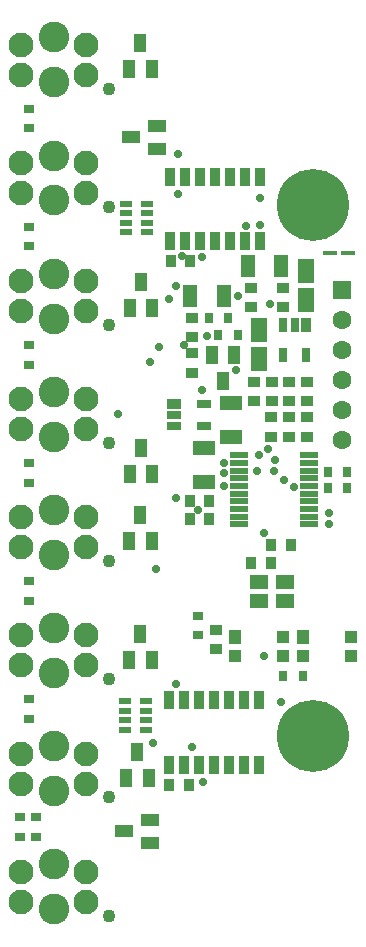
<source format=gbs>
G04*
G04 #@! TF.GenerationSoftware,Altium Limited,Altium Designer,20.0.12 (288)*
G04*
G04 Layer_Color=16711935*
%FSLAX44Y44*%
%MOMM*%
G71*
G01*
G75*
%ADD11R,1.6000X1.6000*%
%ADD12C,1.6000*%
%ADD13C,2.1000*%
%ADD14C,1.1000*%
%ADD15C,2.6000*%
%ADD16C,0.7000*%
%ADD17C,6.1000*%
%ADD34R,0.8000X0.9500*%
%ADD37R,0.9500X0.8000*%
%ADD56R,1.5000X1.2500*%
%ADD57R,0.8500X1.5500*%
%ADD58R,1.0000X0.5000*%
%ADD59R,0.9000X1.0500*%
%ADD60R,1.5000X1.1000*%
%ADD61R,1.1000X1.5000*%
%ADD62R,1.0500X0.9000*%
%ADD63R,1.2000X0.8000*%
%ADD64R,1.2000X0.9000*%
%ADD65R,1.3000X1.8400*%
%ADD66R,1.1032X1.2032*%
%ADD67R,1.0000X1.1000*%
%ADD68R,1.5000X0.5500*%
%ADD69R,1.8400X1.3000*%
%ADD70R,0.8000X1.2000*%
%ADD71R,0.9000X1.2000*%
%ADD72R,1.2500X0.4000*%
%ADD73R,1.3500X2.0500*%
D11*
X306750Y552950D02*
D03*
D12*
Y527550D02*
D03*
Y502150D02*
D03*
Y476750D02*
D03*
Y451350D02*
D03*
Y425950D02*
D03*
D13*
X90000Y60400D02*
D03*
Y35000D02*
D03*
X35000D02*
D03*
Y60400D02*
D03*
X90000Y160400D02*
D03*
Y135000D02*
D03*
X35000D02*
D03*
Y160400D02*
D03*
X90000Y260400D02*
D03*
Y235000D02*
D03*
X35000D02*
D03*
Y260400D02*
D03*
X90000Y360400D02*
D03*
Y335000D02*
D03*
X35000D02*
D03*
Y360400D02*
D03*
X90000Y560400D02*
D03*
Y535000D02*
D03*
X35000D02*
D03*
Y560400D02*
D03*
X90000Y460400D02*
D03*
Y435000D02*
D03*
X35000D02*
D03*
Y460400D02*
D03*
X90000Y660400D02*
D03*
Y635000D02*
D03*
X35000D02*
D03*
Y660400D02*
D03*
Y760400D02*
D03*
Y735000D02*
D03*
X90000D02*
D03*
Y760400D02*
D03*
D14*
X109000Y23200D02*
D03*
Y123200D02*
D03*
Y223200D02*
D03*
Y323200D02*
D03*
Y523200D02*
D03*
Y423200D02*
D03*
Y623200D02*
D03*
Y723200D02*
D03*
D15*
X62500Y28700D02*
D03*
Y66700D02*
D03*
Y128700D02*
D03*
Y166700D02*
D03*
Y228700D02*
D03*
Y266700D02*
D03*
Y328700D02*
D03*
Y366700D02*
D03*
Y528700D02*
D03*
Y566700D02*
D03*
Y428700D02*
D03*
Y466700D02*
D03*
Y628700D02*
D03*
Y666700D02*
D03*
Y766700D02*
D03*
Y728700D02*
D03*
D16*
X246000Y541000D02*
D03*
X144000Y492000D02*
D03*
X152000Y505000D02*
D03*
X237000Y631000D02*
D03*
X171040Y581310D02*
D03*
X149000Y317000D02*
D03*
X117000Y448000D02*
D03*
X168000Y668000D02*
D03*
X147000Y169500D02*
D03*
X241000Y243000D02*
D03*
X219000Y548000D02*
D03*
X255276Y203736D02*
D03*
X185165Y366500D02*
D03*
X172500Y506250D02*
D03*
X206750Y398000D02*
D03*
X206762Y406769D02*
D03*
X207000Y386750D02*
D03*
X166000Y377000D02*
D03*
X295510Y363760D02*
D03*
X295657Y354588D02*
D03*
X265739Y386460D02*
D03*
X257750Y392000D02*
D03*
X188000Y468000D02*
D03*
X160000Y545000D02*
D03*
X192000Y514000D02*
D03*
X250000Y409000D02*
D03*
X243999Y417999D02*
D03*
X217000Y485000D02*
D03*
X237000Y608000D02*
D03*
X236000Y413000D02*
D03*
X166000Y556000D02*
D03*
Y219000D02*
D03*
X180000Y166000D02*
D03*
X189000Y136000D02*
D03*
X225250Y607220D02*
D03*
X188500Y580500D02*
D03*
X167500Y634000D02*
D03*
X235000Y399750D02*
D03*
X241000Y347000D02*
D03*
X248748Y399999D02*
D03*
D17*
X282000Y175000D02*
D03*
Y625000D02*
D03*
D34*
X193750Y529000D02*
D03*
X210250D02*
D03*
X218250Y515000D02*
D03*
X201750D02*
D03*
X311250Y385000D02*
D03*
X294750D02*
D03*
X311250Y399000D02*
D03*
X294750D02*
D03*
X273250Y226000D02*
D03*
X256750D02*
D03*
D37*
X34000Y89750D02*
D03*
Y106250D02*
D03*
X48000D02*
D03*
Y89750D02*
D03*
X42000Y206250D02*
D03*
Y189750D02*
D03*
Y306250D02*
D03*
Y289750D02*
D03*
Y506250D02*
D03*
Y489750D02*
D03*
Y406250D02*
D03*
Y389750D02*
D03*
Y606250D02*
D03*
Y589750D02*
D03*
Y706250D02*
D03*
Y689750D02*
D03*
X185000Y260750D02*
D03*
Y277250D02*
D03*
D56*
X258000Y289250D02*
D03*
Y305250D02*
D03*
X236000D02*
D03*
Y289250D02*
D03*
D57*
X161315Y648600D02*
D03*
X174015D02*
D03*
X186715D02*
D03*
X199415D02*
D03*
X212115D02*
D03*
X224815D02*
D03*
X237515D02*
D03*
X161315Y594100D02*
D03*
X174015D02*
D03*
X186715D02*
D03*
X199415D02*
D03*
X212115D02*
D03*
X224815D02*
D03*
X237515D02*
D03*
X160315Y205600D02*
D03*
X173015D02*
D03*
X185715D02*
D03*
X198415D02*
D03*
X211115D02*
D03*
X223815D02*
D03*
X236515D02*
D03*
X160315Y151100D02*
D03*
X173015D02*
D03*
X185715D02*
D03*
X198415D02*
D03*
X211115D02*
D03*
X223815D02*
D03*
X236515D02*
D03*
D58*
X123000Y180500D02*
D03*
Y188500D02*
D03*
Y196500D02*
D03*
Y204500D02*
D03*
X141000Y180500D02*
D03*
Y188500D02*
D03*
Y196500D02*
D03*
Y204500D02*
D03*
X124000Y602000D02*
D03*
Y610000D02*
D03*
Y618000D02*
D03*
Y626000D02*
D03*
X142000Y602000D02*
D03*
Y610000D02*
D03*
Y618000D02*
D03*
Y626000D02*
D03*
D59*
X176750Y133750D02*
D03*
X160250D02*
D03*
X178000Y577000D02*
D03*
X161500D02*
D03*
X229750Y322000D02*
D03*
X246250D02*
D03*
X263250Y337000D02*
D03*
X246750D02*
D03*
X194250Y359000D02*
D03*
X177750D02*
D03*
X194250Y374000D02*
D03*
X177750D02*
D03*
D60*
X144000Y104000D02*
D03*
Y85000D02*
D03*
X122000Y94500D02*
D03*
X150000Y691500D02*
D03*
Y672500D02*
D03*
X128000Y682000D02*
D03*
D61*
X143000Y140000D02*
D03*
X124000D02*
D03*
X133500Y162000D02*
D03*
X146000Y397000D02*
D03*
X127000D02*
D03*
X136500Y419000D02*
D03*
X145500Y240000D02*
D03*
X126500D02*
D03*
X136000Y262000D02*
D03*
X145500Y340000D02*
D03*
X126500D02*
D03*
X136000Y362000D02*
D03*
X145500Y740000D02*
D03*
X126500D02*
D03*
X136000Y762000D02*
D03*
X146000Y538000D02*
D03*
X127000D02*
D03*
X136500Y560000D02*
D03*
X206000Y476000D02*
D03*
X215500Y498000D02*
D03*
X196500D02*
D03*
D62*
X180000Y499250D02*
D03*
Y482750D02*
D03*
X180000Y529500D02*
D03*
Y513000D02*
D03*
X246968Y428750D02*
D03*
Y445250D02*
D03*
X261968Y428750D02*
D03*
Y445250D02*
D03*
X276968Y428750D02*
D03*
Y445250D02*
D03*
X200000Y265250D02*
D03*
Y248750D02*
D03*
X230000Y538323D02*
D03*
Y554823D02*
D03*
X262000Y458750D02*
D03*
Y475250D02*
D03*
X247000Y458750D02*
D03*
Y475250D02*
D03*
X232000Y458750D02*
D03*
Y475250D02*
D03*
X277000D02*
D03*
Y458750D02*
D03*
X257000Y554823D02*
D03*
Y538323D02*
D03*
D63*
X189530Y437490D02*
D03*
Y456490D02*
D03*
X164530Y446990D02*
D03*
Y437490D02*
D03*
D64*
Y456490D02*
D03*
D65*
X178400Y548000D02*
D03*
X207000D02*
D03*
X226700Y573000D02*
D03*
X255300D02*
D03*
D66*
X215750Y259000D02*
D03*
X273500Y259000D02*
D03*
D67*
X256750Y259000D02*
D03*
X215750Y243000D02*
D03*
X256750D02*
D03*
X314500Y259000D02*
D03*
X273500Y243000D02*
D03*
X314500D02*
D03*
D68*
X278750Y413000D02*
D03*
Y406500D02*
D03*
Y400000D02*
D03*
Y393500D02*
D03*
Y387000D02*
D03*
Y380500D02*
D03*
Y374000D02*
D03*
Y367500D02*
D03*
Y361000D02*
D03*
Y354500D02*
D03*
X219750Y413000D02*
D03*
Y406500D02*
D03*
Y400000D02*
D03*
Y393500D02*
D03*
Y387000D02*
D03*
Y380500D02*
D03*
Y374000D02*
D03*
Y367500D02*
D03*
Y361000D02*
D03*
Y354500D02*
D03*
D69*
X190000Y390700D02*
D03*
Y419300D02*
D03*
X213000Y428700D02*
D03*
Y457300D02*
D03*
D70*
X257000Y498000D02*
D03*
X276000D02*
D03*
X266500Y523000D02*
D03*
X257000D02*
D03*
D71*
X276000D02*
D03*
D72*
X296250Y584000D02*
D03*
X311750D02*
D03*
D73*
X276000Y544323D02*
D03*
Y568823D02*
D03*
X236000Y519250D02*
D03*
Y494750D02*
D03*
M02*

</source>
